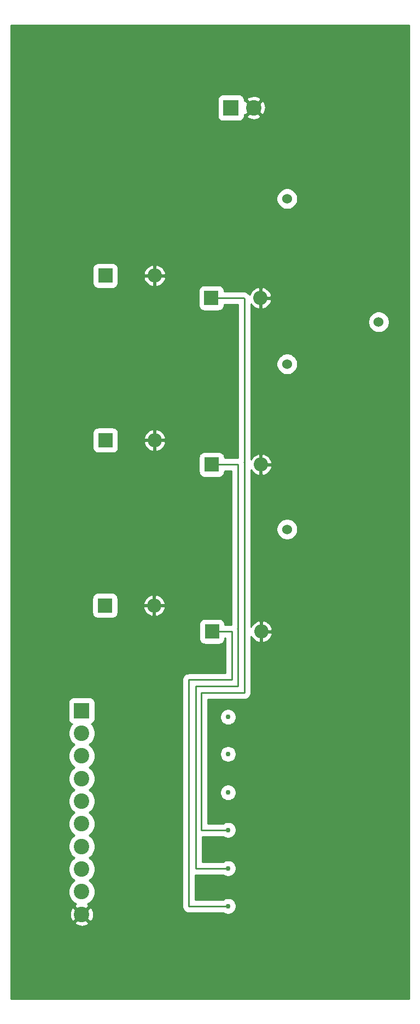
<source format=gbr>
G04 #@! TF.GenerationSoftware,KiCad,Pcbnew,(5.1.4)-1*
G04 #@! TF.CreationDate,2020-06-15T02:55:38-04:00*
G04 #@! TF.ProjectId,eth_sw_matrix_7,6574685f-7377-45f6-9d61-747269785f37,rev?*
G04 #@! TF.SameCoordinates,Original*
G04 #@! TF.FileFunction,Copper,L3,Inr*
G04 #@! TF.FilePolarity,Positive*
%FSLAX46Y46*%
G04 Gerber Fmt 4.6, Leading zero omitted, Abs format (unit mm)*
G04 Created by KiCad (PCBNEW (5.1.4)-1) date 2020-06-15 02:55:38*
%MOMM*%
%LPD*%
G04 APERTURE LIST*
%ADD10O,2.200000X2.200000*%
%ADD11R,2.200000X2.200000*%
%ADD12C,2.400000*%
%ADD13R,2.400000X2.400000*%
%ADD14C,0.762000*%
%ADD15C,5.080000*%
%ADD16C,1.524000*%
%ADD17C,0.254000*%
G04 APERTURE END LIST*
D10*
X143814800Y-108254800D03*
D11*
X136194800Y-108254800D03*
D10*
X143832580Y-133705600D03*
D11*
X136212580Y-133705600D03*
D12*
X159151200Y-82296000D03*
D13*
X155651200Y-82296000D03*
X132537200Y-175514000D03*
D12*
X132537200Y-179014000D03*
X132537200Y-182514000D03*
X132537200Y-186014000D03*
X132537200Y-189514000D03*
X132537200Y-193014000D03*
X132537200Y-196514000D03*
X132537200Y-200014000D03*
X132537200Y-203514000D03*
X132537200Y-207014000D03*
D10*
X143764000Y-159258000D03*
D11*
X136144000Y-159258000D03*
X152603200Y-111709200D03*
D10*
X160223200Y-111709200D03*
D11*
X152654000Y-137464800D03*
D10*
X160274000Y-137464800D03*
X160324800Y-163271200D03*
D11*
X152704800Y-163271200D03*
D14*
X176885600Y-125526800D03*
X176885600Y-129590800D03*
X176885600Y-121462800D03*
X149656800Y-153060400D03*
X146608800Y-149352000D03*
X149656800Y-149352000D03*
X146608800Y-153060400D03*
X146608800Y-123850400D03*
X149656800Y-127558800D03*
X146608800Y-127558800D03*
X149656800Y-123850400D03*
X149656800Y-98399600D03*
X149656800Y-102108000D03*
X146608800Y-102108000D03*
X171805600Y-109321600D03*
X166776400Y-109321600D03*
X171907200Y-121462800D03*
X171907200Y-125526800D03*
X171907200Y-129590800D03*
X166827200Y-138023600D03*
X166827200Y-142087600D03*
X166827200Y-146151600D03*
X166827200Y-150215600D03*
X171856400Y-150215600D03*
X171856400Y-146151600D03*
X171856400Y-142087600D03*
X171856400Y-138277600D03*
X176834800Y-138277600D03*
X166827200Y-121462800D03*
X166827200Y-125526800D03*
X147718780Y-140004800D03*
X131216400Y-149961600D03*
X127050800Y-144983200D03*
X127101600Y-149961600D03*
X131165600Y-144983200D03*
X127609600Y-93929200D03*
X131724400Y-93929200D03*
X131775200Y-98907600D03*
X127660400Y-98907600D03*
X176936400Y-117398800D03*
X176885600Y-133959600D03*
X171907200Y-113385600D03*
X166776400Y-113385600D03*
X176987200Y-113385600D03*
X166827200Y-133959600D03*
X171907200Y-133959600D03*
X166827200Y-117398800D03*
X171907200Y-117398800D03*
X127101600Y-124307600D03*
X131216400Y-124307600D03*
X127050800Y-119329200D03*
X131165600Y-119329200D03*
D15*
X127000000Y-74930000D03*
X177800000Y-214757000D03*
X127000000Y-214757000D03*
D14*
X147820380Y-114452400D03*
X147675600Y-88874600D03*
D15*
X177800000Y-74930000D03*
D14*
X146608800Y-98399600D03*
X155194000Y-176479200D03*
X155194000Y-182219600D03*
X155194000Y-188163200D03*
X155194000Y-193954400D03*
X155194000Y-199898000D03*
X155194000Y-205740000D03*
D16*
X164338000Y-147472400D03*
X164338000Y-121920000D03*
X164338000Y-96367600D03*
X178511200Y-115417600D03*
D17*
X157632400Y-111709200D02*
X152603200Y-111709200D01*
X157734000Y-137210800D02*
X157632400Y-137109200D01*
X157734000Y-172720000D02*
X157734000Y-111810800D01*
X151028400Y-172720000D02*
X157734000Y-172720000D01*
X155194000Y-193954400D02*
X151028400Y-193954400D01*
X151028400Y-193954400D02*
X151028400Y-172720000D01*
X156667200Y-137464800D02*
X152654000Y-137464800D01*
X156718000Y-162814000D02*
X156667200Y-162864800D01*
X156718000Y-171704000D02*
X156718000Y-137414000D01*
X150164800Y-171704000D02*
X156718000Y-171704000D01*
X155194000Y-199898000D02*
X150164800Y-199898000D01*
X150164800Y-199898000D02*
X150164800Y-171704000D01*
X155194000Y-205740000D02*
X149098000Y-205740000D01*
X149098000Y-205740000D02*
X149098000Y-170738800D01*
X149098000Y-170738800D02*
X155752800Y-170738800D01*
X155752800Y-170738800D02*
X155752800Y-163271200D01*
X155752800Y-163271200D02*
X152704800Y-163271200D01*
G36*
X183236001Y-220066000D02*
G01*
X121564000Y-220066000D01*
X121564000Y-208291980D01*
X131438826Y-208291980D01*
X131558714Y-208576836D01*
X131882410Y-208737699D01*
X132231269Y-208832322D01*
X132591884Y-208857067D01*
X132950398Y-208810985D01*
X133293033Y-208695846D01*
X133515686Y-208576836D01*
X133635574Y-208291980D01*
X132537200Y-207193605D01*
X131438826Y-208291980D01*
X121564000Y-208291980D01*
X121564000Y-207068684D01*
X130694133Y-207068684D01*
X130740215Y-207427198D01*
X130855354Y-207769833D01*
X130974364Y-207992486D01*
X131259220Y-208112374D01*
X132357595Y-207014000D01*
X132716805Y-207014000D01*
X133815180Y-208112374D01*
X134100036Y-207992486D01*
X134260899Y-207668790D01*
X134355522Y-207319931D01*
X134380267Y-206959316D01*
X134334185Y-206600802D01*
X134219046Y-206258167D01*
X134100036Y-206035514D01*
X133815180Y-205915626D01*
X132716805Y-207014000D01*
X132357595Y-207014000D01*
X131259220Y-205915626D01*
X130974364Y-206035514D01*
X130813501Y-206359210D01*
X130718878Y-206708069D01*
X130694133Y-207068684D01*
X121564000Y-207068684D01*
X121564000Y-174314000D01*
X130443899Y-174314000D01*
X130443899Y-176714000D01*
X130461064Y-176888274D01*
X130511897Y-177055851D01*
X130594447Y-177210291D01*
X130705541Y-177345659D01*
X130840909Y-177456753D01*
X130995349Y-177539303D01*
X131043115Y-177553793D01*
X130914568Y-177682340D01*
X130685952Y-178024487D01*
X130528479Y-178404661D01*
X130448200Y-178808251D01*
X130448200Y-179219749D01*
X130528479Y-179623339D01*
X130685952Y-180003513D01*
X130914568Y-180345660D01*
X131205540Y-180636632D01*
X131396159Y-180764000D01*
X131205540Y-180891368D01*
X130914568Y-181182340D01*
X130685952Y-181524487D01*
X130528479Y-181904661D01*
X130448200Y-182308251D01*
X130448200Y-182719749D01*
X130528479Y-183123339D01*
X130685952Y-183503513D01*
X130914568Y-183845660D01*
X131205540Y-184136632D01*
X131396159Y-184264000D01*
X131205540Y-184391368D01*
X130914568Y-184682340D01*
X130685952Y-185024487D01*
X130528479Y-185404661D01*
X130448200Y-185808251D01*
X130448200Y-186219749D01*
X130528479Y-186623339D01*
X130685952Y-187003513D01*
X130914568Y-187345660D01*
X131205540Y-187636632D01*
X131396159Y-187764000D01*
X131205540Y-187891368D01*
X130914568Y-188182340D01*
X130685952Y-188524487D01*
X130528479Y-188904661D01*
X130448200Y-189308251D01*
X130448200Y-189719749D01*
X130528479Y-190123339D01*
X130685952Y-190503513D01*
X130914568Y-190845660D01*
X131205540Y-191136632D01*
X131396159Y-191264000D01*
X131205540Y-191391368D01*
X130914568Y-191682340D01*
X130685952Y-192024487D01*
X130528479Y-192404661D01*
X130448200Y-192808251D01*
X130448200Y-193219749D01*
X130528479Y-193623339D01*
X130685952Y-194003513D01*
X130914568Y-194345660D01*
X131205540Y-194636632D01*
X131396159Y-194764000D01*
X131205540Y-194891368D01*
X130914568Y-195182340D01*
X130685952Y-195524487D01*
X130528479Y-195904661D01*
X130448200Y-196308251D01*
X130448200Y-196719749D01*
X130528479Y-197123339D01*
X130685952Y-197503513D01*
X130914568Y-197845660D01*
X131205540Y-198136632D01*
X131396159Y-198264000D01*
X131205540Y-198391368D01*
X130914568Y-198682340D01*
X130685952Y-199024487D01*
X130528479Y-199404661D01*
X130448200Y-199808251D01*
X130448200Y-200219749D01*
X130528479Y-200623339D01*
X130685952Y-201003513D01*
X130914568Y-201345660D01*
X131205540Y-201636632D01*
X131396159Y-201764000D01*
X131205540Y-201891368D01*
X130914568Y-202182340D01*
X130685952Y-202524487D01*
X130528479Y-202904661D01*
X130448200Y-203308251D01*
X130448200Y-203719749D01*
X130528479Y-204123339D01*
X130685952Y-204503513D01*
X130914568Y-204845660D01*
X131205540Y-205136632D01*
X131547687Y-205365248D01*
X131644459Y-205405332D01*
X131558714Y-205451164D01*
X131438826Y-205736020D01*
X132537200Y-206834395D01*
X133635574Y-205736020D01*
X133515686Y-205451164D01*
X133426407Y-205406796D01*
X133526713Y-205365248D01*
X133868860Y-205136632D01*
X134159832Y-204845660D01*
X134388448Y-204503513D01*
X134545921Y-204123339D01*
X134626200Y-203719749D01*
X134626200Y-203308251D01*
X134545921Y-202904661D01*
X134388448Y-202524487D01*
X134159832Y-202182340D01*
X133868860Y-201891368D01*
X133678241Y-201764000D01*
X133868860Y-201636632D01*
X134159832Y-201345660D01*
X134388448Y-201003513D01*
X134545921Y-200623339D01*
X134626200Y-200219749D01*
X134626200Y-199808251D01*
X134545921Y-199404661D01*
X134388448Y-199024487D01*
X134159832Y-198682340D01*
X133868860Y-198391368D01*
X133678241Y-198264000D01*
X133868860Y-198136632D01*
X134159832Y-197845660D01*
X134388448Y-197503513D01*
X134545921Y-197123339D01*
X134626200Y-196719749D01*
X134626200Y-196308251D01*
X134545921Y-195904661D01*
X134388448Y-195524487D01*
X134159832Y-195182340D01*
X133868860Y-194891368D01*
X133678241Y-194764000D01*
X133868860Y-194636632D01*
X134159832Y-194345660D01*
X134388448Y-194003513D01*
X134545921Y-193623339D01*
X134626200Y-193219749D01*
X134626200Y-192808251D01*
X134545921Y-192404661D01*
X134388448Y-192024487D01*
X134159832Y-191682340D01*
X133868860Y-191391368D01*
X133678241Y-191264000D01*
X133868860Y-191136632D01*
X134159832Y-190845660D01*
X134388448Y-190503513D01*
X134545921Y-190123339D01*
X134626200Y-189719749D01*
X134626200Y-189308251D01*
X134545921Y-188904661D01*
X134388448Y-188524487D01*
X134159832Y-188182340D01*
X133868860Y-187891368D01*
X133678241Y-187764000D01*
X133868860Y-187636632D01*
X134159832Y-187345660D01*
X134388448Y-187003513D01*
X134545921Y-186623339D01*
X134626200Y-186219749D01*
X134626200Y-185808251D01*
X134545921Y-185404661D01*
X134388448Y-185024487D01*
X134159832Y-184682340D01*
X133868860Y-184391368D01*
X133678241Y-184264000D01*
X133868860Y-184136632D01*
X134159832Y-183845660D01*
X134388448Y-183503513D01*
X134545921Y-183123339D01*
X134626200Y-182719749D01*
X134626200Y-182308251D01*
X134545921Y-181904661D01*
X134388448Y-181524487D01*
X134159832Y-181182340D01*
X133868860Y-180891368D01*
X133678241Y-180764000D01*
X133868860Y-180636632D01*
X134159832Y-180345660D01*
X134388448Y-180003513D01*
X134545921Y-179623339D01*
X134626200Y-179219749D01*
X134626200Y-178808251D01*
X134545921Y-178404661D01*
X134388448Y-178024487D01*
X134159832Y-177682340D01*
X134031285Y-177553793D01*
X134079051Y-177539303D01*
X134233491Y-177456753D01*
X134368859Y-177345659D01*
X134479953Y-177210291D01*
X134562503Y-177055851D01*
X134613336Y-176888274D01*
X134630501Y-176714000D01*
X134630501Y-174314000D01*
X134613336Y-174139726D01*
X134562503Y-173972149D01*
X134479953Y-173817709D01*
X134368859Y-173682341D01*
X134233491Y-173571247D01*
X134079051Y-173488697D01*
X133911474Y-173437864D01*
X133737200Y-173420699D01*
X131337200Y-173420699D01*
X131162926Y-173437864D01*
X130995349Y-173488697D01*
X130840909Y-173571247D01*
X130705541Y-173682341D01*
X130594447Y-173817709D01*
X130511897Y-173972149D01*
X130461064Y-174139726D01*
X130443899Y-174314000D01*
X121564000Y-174314000D01*
X121564000Y-170738800D01*
X148077085Y-170738800D01*
X148082001Y-170788712D01*
X148082000Y-205690098D01*
X148077085Y-205740000D01*
X148096702Y-205939171D01*
X148154798Y-206130687D01*
X148222937Y-206258167D01*
X148249140Y-206307190D01*
X148376104Y-206461896D01*
X148530810Y-206588860D01*
X148707313Y-206683202D01*
X148898829Y-206741298D01*
X149098000Y-206760915D01*
X149147902Y-206756000D01*
X154428612Y-206756000D01*
X154592429Y-206865459D01*
X154823555Y-206961195D01*
X155068916Y-207010000D01*
X155319084Y-207010000D01*
X155564445Y-206961195D01*
X155795571Y-206865459D01*
X156003578Y-206726473D01*
X156180473Y-206549578D01*
X156319459Y-206341571D01*
X156415195Y-206110445D01*
X156464000Y-205865084D01*
X156464000Y-205614916D01*
X156415195Y-205369555D01*
X156319459Y-205138429D01*
X156180473Y-204930422D01*
X156003578Y-204753527D01*
X155795571Y-204614541D01*
X155564445Y-204518805D01*
X155319084Y-204470000D01*
X155068916Y-204470000D01*
X154823555Y-204518805D01*
X154592429Y-204614541D01*
X154428612Y-204724000D01*
X150114000Y-204724000D01*
X150114000Y-200913912D01*
X150164800Y-200918915D01*
X150214702Y-200914000D01*
X154428612Y-200914000D01*
X154592429Y-201023459D01*
X154823555Y-201119195D01*
X155068916Y-201168000D01*
X155319084Y-201168000D01*
X155564445Y-201119195D01*
X155795571Y-201023459D01*
X156003578Y-200884473D01*
X156180473Y-200707578D01*
X156319459Y-200499571D01*
X156415195Y-200268445D01*
X156464000Y-200023084D01*
X156464000Y-199772916D01*
X156415195Y-199527555D01*
X156319459Y-199296429D01*
X156180473Y-199088422D01*
X156003578Y-198911527D01*
X155795571Y-198772541D01*
X155564445Y-198676805D01*
X155319084Y-198628000D01*
X155068916Y-198628000D01*
X154823555Y-198676805D01*
X154592429Y-198772541D01*
X154428612Y-198882000D01*
X151180800Y-198882000D01*
X151180800Y-194970400D01*
X154428612Y-194970400D01*
X154592429Y-195079859D01*
X154823555Y-195175595D01*
X155068916Y-195224400D01*
X155319084Y-195224400D01*
X155564445Y-195175595D01*
X155795571Y-195079859D01*
X156003578Y-194940873D01*
X156180473Y-194763978D01*
X156319459Y-194555971D01*
X156415195Y-194324845D01*
X156464000Y-194079484D01*
X156464000Y-193829316D01*
X156415195Y-193583955D01*
X156319459Y-193352829D01*
X156180473Y-193144822D01*
X156003578Y-192967927D01*
X155795571Y-192828941D01*
X155564445Y-192733205D01*
X155319084Y-192684400D01*
X155068916Y-192684400D01*
X154823555Y-192733205D01*
X154592429Y-192828941D01*
X154428612Y-192938400D01*
X152044400Y-192938400D01*
X152044400Y-188038116D01*
X153924000Y-188038116D01*
X153924000Y-188288284D01*
X153972805Y-188533645D01*
X154068541Y-188764771D01*
X154207527Y-188972778D01*
X154384422Y-189149673D01*
X154592429Y-189288659D01*
X154823555Y-189384395D01*
X155068916Y-189433200D01*
X155319084Y-189433200D01*
X155564445Y-189384395D01*
X155795571Y-189288659D01*
X156003578Y-189149673D01*
X156180473Y-188972778D01*
X156319459Y-188764771D01*
X156415195Y-188533645D01*
X156464000Y-188288284D01*
X156464000Y-188038116D01*
X156415195Y-187792755D01*
X156319459Y-187561629D01*
X156180473Y-187353622D01*
X156003578Y-187176727D01*
X155795571Y-187037741D01*
X155564445Y-186942005D01*
X155319084Y-186893200D01*
X155068916Y-186893200D01*
X154823555Y-186942005D01*
X154592429Y-187037741D01*
X154384422Y-187176727D01*
X154207527Y-187353622D01*
X154068541Y-187561629D01*
X153972805Y-187792755D01*
X153924000Y-188038116D01*
X152044400Y-188038116D01*
X152044400Y-182094516D01*
X153924000Y-182094516D01*
X153924000Y-182344684D01*
X153972805Y-182590045D01*
X154068541Y-182821171D01*
X154207527Y-183029178D01*
X154384422Y-183206073D01*
X154592429Y-183345059D01*
X154823555Y-183440795D01*
X155068916Y-183489600D01*
X155319084Y-183489600D01*
X155564445Y-183440795D01*
X155795571Y-183345059D01*
X156003578Y-183206073D01*
X156180473Y-183029178D01*
X156319459Y-182821171D01*
X156415195Y-182590045D01*
X156464000Y-182344684D01*
X156464000Y-182094516D01*
X156415195Y-181849155D01*
X156319459Y-181618029D01*
X156180473Y-181410022D01*
X156003578Y-181233127D01*
X155795571Y-181094141D01*
X155564445Y-180998405D01*
X155319084Y-180949600D01*
X155068916Y-180949600D01*
X154823555Y-180998405D01*
X154592429Y-181094141D01*
X154384422Y-181233127D01*
X154207527Y-181410022D01*
X154068541Y-181618029D01*
X153972805Y-181849155D01*
X153924000Y-182094516D01*
X152044400Y-182094516D01*
X152044400Y-176354116D01*
X153924000Y-176354116D01*
X153924000Y-176604284D01*
X153972805Y-176849645D01*
X154068541Y-177080771D01*
X154207527Y-177288778D01*
X154384422Y-177465673D01*
X154592429Y-177604659D01*
X154823555Y-177700395D01*
X155068916Y-177749200D01*
X155319084Y-177749200D01*
X155564445Y-177700395D01*
X155795571Y-177604659D01*
X156003578Y-177465673D01*
X156180473Y-177288778D01*
X156319459Y-177080771D01*
X156415195Y-176849645D01*
X156464000Y-176604284D01*
X156464000Y-176354116D01*
X156415195Y-176108755D01*
X156319459Y-175877629D01*
X156180473Y-175669622D01*
X156003578Y-175492727D01*
X155795571Y-175353741D01*
X155564445Y-175258005D01*
X155319084Y-175209200D01*
X155068916Y-175209200D01*
X154823555Y-175258005D01*
X154592429Y-175353741D01*
X154384422Y-175492727D01*
X154207527Y-175669622D01*
X154068541Y-175877629D01*
X153972805Y-176108755D01*
X153924000Y-176354116D01*
X152044400Y-176354116D01*
X152044400Y-173736000D01*
X157684098Y-173736000D01*
X157734000Y-173740915D01*
X157783902Y-173736000D01*
X157933171Y-173721298D01*
X158124687Y-173663202D01*
X158301190Y-173568860D01*
X158455896Y-173441896D01*
X158582860Y-173287190D01*
X158677202Y-173110687D01*
X158735298Y-172919171D01*
X158754915Y-172720000D01*
X158750000Y-172670098D01*
X158750000Y-163981551D01*
X158850269Y-164185529D01*
X159056978Y-164455627D01*
X159312409Y-164680208D01*
X159606746Y-164850642D01*
X159928677Y-164960379D01*
X160197800Y-164842800D01*
X160197800Y-163398200D01*
X160451800Y-163398200D01*
X160451800Y-164842800D01*
X160720923Y-164960379D01*
X161042854Y-164850642D01*
X161337191Y-164680208D01*
X161592622Y-164455627D01*
X161799331Y-164185529D01*
X161949375Y-163880294D01*
X162013975Y-163667322D01*
X161895925Y-163398200D01*
X160451800Y-163398200D01*
X160197800Y-163398200D01*
X160177800Y-163398200D01*
X160177800Y-163144200D01*
X160197800Y-163144200D01*
X160197800Y-161699600D01*
X160451800Y-161699600D01*
X160451800Y-163144200D01*
X161895925Y-163144200D01*
X162013975Y-162875078D01*
X161949375Y-162662106D01*
X161799331Y-162356871D01*
X161592622Y-162086773D01*
X161337191Y-161862192D01*
X161042854Y-161691758D01*
X160720923Y-161582021D01*
X160451800Y-161699600D01*
X160197800Y-161699600D01*
X159928677Y-161582021D01*
X159606746Y-161691758D01*
X159312409Y-161862192D01*
X159056978Y-162086773D01*
X158850269Y-162356871D01*
X158750000Y-162560849D01*
X158750000Y-147309791D01*
X162687000Y-147309791D01*
X162687000Y-147635009D01*
X162750447Y-147953979D01*
X162874903Y-148254442D01*
X163055585Y-148524851D01*
X163285549Y-148754815D01*
X163555958Y-148935497D01*
X163856421Y-149059953D01*
X164175391Y-149123400D01*
X164500609Y-149123400D01*
X164819579Y-149059953D01*
X165120042Y-148935497D01*
X165390451Y-148754815D01*
X165620415Y-148524851D01*
X165801097Y-148254442D01*
X165925553Y-147953979D01*
X165989000Y-147635009D01*
X165989000Y-147309791D01*
X165925553Y-146990821D01*
X165801097Y-146690358D01*
X165620415Y-146419949D01*
X165390451Y-146189985D01*
X165120042Y-146009303D01*
X164819579Y-145884847D01*
X164500609Y-145821400D01*
X164175391Y-145821400D01*
X163856421Y-145884847D01*
X163555958Y-146009303D01*
X163285549Y-146189985D01*
X163055585Y-146419949D01*
X162874903Y-146690358D01*
X162750447Y-146990821D01*
X162687000Y-147309791D01*
X158750000Y-147309791D01*
X158750000Y-138278494D01*
X158799469Y-138379129D01*
X159006178Y-138649227D01*
X159261609Y-138873808D01*
X159555946Y-139044242D01*
X159877877Y-139153979D01*
X160147000Y-139036400D01*
X160147000Y-137591800D01*
X160401000Y-137591800D01*
X160401000Y-139036400D01*
X160670123Y-139153979D01*
X160992054Y-139044242D01*
X161286391Y-138873808D01*
X161541822Y-138649227D01*
X161748531Y-138379129D01*
X161898575Y-138073894D01*
X161963175Y-137860922D01*
X161845125Y-137591800D01*
X160401000Y-137591800D01*
X160147000Y-137591800D01*
X160127000Y-137591800D01*
X160127000Y-137337800D01*
X160147000Y-137337800D01*
X160147000Y-135893200D01*
X160401000Y-135893200D01*
X160401000Y-137337800D01*
X161845125Y-137337800D01*
X161963175Y-137068678D01*
X161898575Y-136855706D01*
X161748531Y-136550471D01*
X161541822Y-136280373D01*
X161286391Y-136055792D01*
X160992054Y-135885358D01*
X160670123Y-135775621D01*
X160401000Y-135893200D01*
X160147000Y-135893200D01*
X159877877Y-135775621D01*
X159555946Y-135885358D01*
X159261609Y-136055792D01*
X159006178Y-136280373D01*
X158799469Y-136550471D01*
X158750000Y-136651106D01*
X158750000Y-121757391D01*
X162687000Y-121757391D01*
X162687000Y-122082609D01*
X162750447Y-122401579D01*
X162874903Y-122702042D01*
X163055585Y-122972451D01*
X163285549Y-123202415D01*
X163555958Y-123383097D01*
X163856421Y-123507553D01*
X164175391Y-123571000D01*
X164500609Y-123571000D01*
X164819579Y-123507553D01*
X165120042Y-123383097D01*
X165390451Y-123202415D01*
X165620415Y-122972451D01*
X165801097Y-122702042D01*
X165925553Y-122401579D01*
X165989000Y-122082609D01*
X165989000Y-121757391D01*
X165925553Y-121438421D01*
X165801097Y-121137958D01*
X165620415Y-120867549D01*
X165390451Y-120637585D01*
X165120042Y-120456903D01*
X164819579Y-120332447D01*
X164500609Y-120269000D01*
X164175391Y-120269000D01*
X163856421Y-120332447D01*
X163555958Y-120456903D01*
X163285549Y-120637585D01*
X163055585Y-120867549D01*
X162874903Y-121137958D01*
X162750447Y-121438421D01*
X162687000Y-121757391D01*
X158750000Y-121757391D01*
X158750000Y-115254991D01*
X176860200Y-115254991D01*
X176860200Y-115580209D01*
X176923647Y-115899179D01*
X177048103Y-116199642D01*
X177228785Y-116470051D01*
X177458749Y-116700015D01*
X177729158Y-116880697D01*
X178029621Y-117005153D01*
X178348591Y-117068600D01*
X178673809Y-117068600D01*
X178992779Y-117005153D01*
X179293242Y-116880697D01*
X179563651Y-116700015D01*
X179793615Y-116470051D01*
X179974297Y-116199642D01*
X180098753Y-115899179D01*
X180162200Y-115580209D01*
X180162200Y-115254991D01*
X180098753Y-114936021D01*
X179974297Y-114635558D01*
X179793615Y-114365149D01*
X179563651Y-114135185D01*
X179293242Y-113954503D01*
X178992779Y-113830047D01*
X178673809Y-113766600D01*
X178348591Y-113766600D01*
X178029621Y-113830047D01*
X177729158Y-113954503D01*
X177458749Y-114135185D01*
X177228785Y-114365149D01*
X177048103Y-114635558D01*
X176923647Y-114936021D01*
X176860200Y-115254991D01*
X158750000Y-115254991D01*
X158750000Y-112625268D01*
X158955378Y-112893627D01*
X159210809Y-113118208D01*
X159505146Y-113288642D01*
X159827077Y-113398379D01*
X160096200Y-113280800D01*
X160096200Y-111836200D01*
X160350200Y-111836200D01*
X160350200Y-113280800D01*
X160619323Y-113398379D01*
X160941254Y-113288642D01*
X161235591Y-113118208D01*
X161491022Y-112893627D01*
X161697731Y-112623529D01*
X161847775Y-112318294D01*
X161912375Y-112105322D01*
X161794325Y-111836200D01*
X160350200Y-111836200D01*
X160096200Y-111836200D01*
X160076200Y-111836200D01*
X160076200Y-111582200D01*
X160096200Y-111582200D01*
X160096200Y-110137600D01*
X160350200Y-110137600D01*
X160350200Y-111582200D01*
X161794325Y-111582200D01*
X161912375Y-111313078D01*
X161847775Y-111100106D01*
X161697731Y-110794871D01*
X161491022Y-110524773D01*
X161235591Y-110300192D01*
X160941254Y-110129758D01*
X160619323Y-110020021D01*
X160350200Y-110137600D01*
X160096200Y-110137600D01*
X159827077Y-110020021D01*
X159505146Y-110129758D01*
X159210809Y-110300192D01*
X158955378Y-110524773D01*
X158748669Y-110794871D01*
X158598625Y-111100106D01*
X158562589Y-111218909D01*
X158455896Y-111088904D01*
X158400093Y-111043107D01*
X158354296Y-110987304D01*
X158199590Y-110860340D01*
X158023087Y-110765998D01*
X157831571Y-110707902D01*
X157682302Y-110693200D01*
X154596501Y-110693200D01*
X154596501Y-110609200D01*
X154579336Y-110434926D01*
X154528503Y-110267349D01*
X154445953Y-110112909D01*
X154334859Y-109977541D01*
X154199491Y-109866447D01*
X154045051Y-109783897D01*
X153877474Y-109733064D01*
X153703200Y-109715899D01*
X151503200Y-109715899D01*
X151328926Y-109733064D01*
X151161349Y-109783897D01*
X151006909Y-109866447D01*
X150871541Y-109977541D01*
X150760447Y-110112909D01*
X150677897Y-110267349D01*
X150627064Y-110434926D01*
X150609899Y-110609200D01*
X150609899Y-112809200D01*
X150627064Y-112983474D01*
X150677897Y-113151051D01*
X150760447Y-113305491D01*
X150871541Y-113440859D01*
X151006909Y-113551953D01*
X151161349Y-113634503D01*
X151328926Y-113685336D01*
X151503200Y-113702501D01*
X153703200Y-113702501D01*
X153877474Y-113685336D01*
X154045051Y-113634503D01*
X154199491Y-113551953D01*
X154334859Y-113440859D01*
X154445953Y-113305491D01*
X154528503Y-113151051D01*
X154579336Y-112983474D01*
X154596501Y-112809200D01*
X154596501Y-112725200D01*
X156718001Y-112725200D01*
X156718001Y-136393085D01*
X156718000Y-136393085D01*
X156518830Y-136412702D01*
X156399831Y-136448800D01*
X154647301Y-136448800D01*
X154647301Y-136364800D01*
X154630136Y-136190526D01*
X154579303Y-136022949D01*
X154496753Y-135868509D01*
X154385659Y-135733141D01*
X154250291Y-135622047D01*
X154095851Y-135539497D01*
X153928274Y-135488664D01*
X153754000Y-135471499D01*
X151554000Y-135471499D01*
X151379726Y-135488664D01*
X151212149Y-135539497D01*
X151057709Y-135622047D01*
X150922341Y-135733141D01*
X150811247Y-135868509D01*
X150728697Y-136022949D01*
X150677864Y-136190526D01*
X150660699Y-136364800D01*
X150660699Y-138564800D01*
X150677864Y-138739074D01*
X150728697Y-138906651D01*
X150811247Y-139061091D01*
X150922341Y-139196459D01*
X151057709Y-139307553D01*
X151212149Y-139390103D01*
X151379726Y-139440936D01*
X151554000Y-139458101D01*
X153754000Y-139458101D01*
X153928274Y-139440936D01*
X154095851Y-139390103D01*
X154250291Y-139307553D01*
X154385659Y-139196459D01*
X154496753Y-139061091D01*
X154579303Y-138906651D01*
X154630136Y-138739074D01*
X154647301Y-138564800D01*
X154647301Y-138480800D01*
X155702001Y-138480800D01*
X155702000Y-162255200D01*
X154698101Y-162255200D01*
X154698101Y-162171200D01*
X154680936Y-161996926D01*
X154630103Y-161829349D01*
X154547553Y-161674909D01*
X154436459Y-161539541D01*
X154301091Y-161428447D01*
X154146651Y-161345897D01*
X153979074Y-161295064D01*
X153804800Y-161277899D01*
X151604800Y-161277899D01*
X151430526Y-161295064D01*
X151262949Y-161345897D01*
X151108509Y-161428447D01*
X150973141Y-161539541D01*
X150862047Y-161674909D01*
X150779497Y-161829349D01*
X150728664Y-161996926D01*
X150711499Y-162171200D01*
X150711499Y-164371200D01*
X150728664Y-164545474D01*
X150779497Y-164713051D01*
X150862047Y-164867491D01*
X150973141Y-165002859D01*
X151108509Y-165113953D01*
X151262949Y-165196503D01*
X151430526Y-165247336D01*
X151604800Y-165264501D01*
X153804800Y-165264501D01*
X153979074Y-165247336D01*
X154146651Y-165196503D01*
X154301091Y-165113953D01*
X154436459Y-165002859D01*
X154547553Y-164867491D01*
X154630103Y-164713051D01*
X154680936Y-164545474D01*
X154698101Y-164371200D01*
X154698101Y-164287200D01*
X154736801Y-164287200D01*
X154736800Y-169722800D01*
X149147902Y-169722800D01*
X149098000Y-169717885D01*
X149048098Y-169722800D01*
X148898829Y-169737502D01*
X148707313Y-169795598D01*
X148530810Y-169889940D01*
X148376104Y-170016904D01*
X148249140Y-170171610D01*
X148154798Y-170348113D01*
X148096702Y-170539629D01*
X148077085Y-170738800D01*
X121564000Y-170738800D01*
X121564000Y-158158000D01*
X134150699Y-158158000D01*
X134150699Y-160358000D01*
X134167864Y-160532274D01*
X134218697Y-160699851D01*
X134301247Y-160854291D01*
X134412341Y-160989659D01*
X134547709Y-161100753D01*
X134702149Y-161183303D01*
X134869726Y-161234136D01*
X135044000Y-161251301D01*
X137244000Y-161251301D01*
X137418274Y-161234136D01*
X137585851Y-161183303D01*
X137740291Y-161100753D01*
X137875659Y-160989659D01*
X137986753Y-160854291D01*
X138069303Y-160699851D01*
X138120136Y-160532274D01*
X138137301Y-160358000D01*
X138137301Y-159654122D01*
X142074825Y-159654122D01*
X142139425Y-159867094D01*
X142289469Y-160172329D01*
X142496178Y-160442427D01*
X142751609Y-160667008D01*
X143045946Y-160837442D01*
X143367877Y-160947179D01*
X143637000Y-160829600D01*
X143637000Y-159385000D01*
X143891000Y-159385000D01*
X143891000Y-160829600D01*
X144160123Y-160947179D01*
X144482054Y-160837442D01*
X144776391Y-160667008D01*
X145031822Y-160442427D01*
X145238531Y-160172329D01*
X145388575Y-159867094D01*
X145453175Y-159654122D01*
X145335125Y-159385000D01*
X143891000Y-159385000D01*
X143637000Y-159385000D01*
X142192875Y-159385000D01*
X142074825Y-159654122D01*
X138137301Y-159654122D01*
X138137301Y-158861878D01*
X142074825Y-158861878D01*
X142192875Y-159131000D01*
X143637000Y-159131000D01*
X143637000Y-157686400D01*
X143891000Y-157686400D01*
X143891000Y-159131000D01*
X145335125Y-159131000D01*
X145453175Y-158861878D01*
X145388575Y-158648906D01*
X145238531Y-158343671D01*
X145031822Y-158073573D01*
X144776391Y-157848992D01*
X144482054Y-157678558D01*
X144160123Y-157568821D01*
X143891000Y-157686400D01*
X143637000Y-157686400D01*
X143367877Y-157568821D01*
X143045946Y-157678558D01*
X142751609Y-157848992D01*
X142496178Y-158073573D01*
X142289469Y-158343671D01*
X142139425Y-158648906D01*
X142074825Y-158861878D01*
X138137301Y-158861878D01*
X138137301Y-158158000D01*
X138120136Y-157983726D01*
X138069303Y-157816149D01*
X137986753Y-157661709D01*
X137875659Y-157526341D01*
X137740291Y-157415247D01*
X137585851Y-157332697D01*
X137418274Y-157281864D01*
X137244000Y-157264699D01*
X135044000Y-157264699D01*
X134869726Y-157281864D01*
X134702149Y-157332697D01*
X134547709Y-157415247D01*
X134412341Y-157526341D01*
X134301247Y-157661709D01*
X134218697Y-157816149D01*
X134167864Y-157983726D01*
X134150699Y-158158000D01*
X121564000Y-158158000D01*
X121564000Y-132605600D01*
X134219279Y-132605600D01*
X134219279Y-134805600D01*
X134236444Y-134979874D01*
X134287277Y-135147451D01*
X134369827Y-135301891D01*
X134480921Y-135437259D01*
X134616289Y-135548353D01*
X134770729Y-135630903D01*
X134938306Y-135681736D01*
X135112580Y-135698901D01*
X137312580Y-135698901D01*
X137486854Y-135681736D01*
X137654431Y-135630903D01*
X137808871Y-135548353D01*
X137944239Y-135437259D01*
X138055333Y-135301891D01*
X138137883Y-135147451D01*
X138188716Y-134979874D01*
X138205881Y-134805600D01*
X138205881Y-134101722D01*
X142143405Y-134101722D01*
X142208005Y-134314694D01*
X142358049Y-134619929D01*
X142564758Y-134890027D01*
X142820189Y-135114608D01*
X143114526Y-135285042D01*
X143436457Y-135394779D01*
X143705580Y-135277200D01*
X143705580Y-133832600D01*
X143959580Y-133832600D01*
X143959580Y-135277200D01*
X144228703Y-135394779D01*
X144550634Y-135285042D01*
X144844971Y-135114608D01*
X145100402Y-134890027D01*
X145307111Y-134619929D01*
X145457155Y-134314694D01*
X145521755Y-134101722D01*
X145403705Y-133832600D01*
X143959580Y-133832600D01*
X143705580Y-133832600D01*
X142261455Y-133832600D01*
X142143405Y-134101722D01*
X138205881Y-134101722D01*
X138205881Y-133309478D01*
X142143405Y-133309478D01*
X142261455Y-133578600D01*
X143705580Y-133578600D01*
X143705580Y-132134000D01*
X143959580Y-132134000D01*
X143959580Y-133578600D01*
X145403705Y-133578600D01*
X145521755Y-133309478D01*
X145457155Y-133096506D01*
X145307111Y-132791271D01*
X145100402Y-132521173D01*
X144844971Y-132296592D01*
X144550634Y-132126158D01*
X144228703Y-132016421D01*
X143959580Y-132134000D01*
X143705580Y-132134000D01*
X143436457Y-132016421D01*
X143114526Y-132126158D01*
X142820189Y-132296592D01*
X142564758Y-132521173D01*
X142358049Y-132791271D01*
X142208005Y-133096506D01*
X142143405Y-133309478D01*
X138205881Y-133309478D01*
X138205881Y-132605600D01*
X138188716Y-132431326D01*
X138137883Y-132263749D01*
X138055333Y-132109309D01*
X137944239Y-131973941D01*
X137808871Y-131862847D01*
X137654431Y-131780297D01*
X137486854Y-131729464D01*
X137312580Y-131712299D01*
X135112580Y-131712299D01*
X134938306Y-131729464D01*
X134770729Y-131780297D01*
X134616289Y-131862847D01*
X134480921Y-131973941D01*
X134369827Y-132109309D01*
X134287277Y-132263749D01*
X134236444Y-132431326D01*
X134219279Y-132605600D01*
X121564000Y-132605600D01*
X121564000Y-107154800D01*
X134201499Y-107154800D01*
X134201499Y-109354800D01*
X134218664Y-109529074D01*
X134269497Y-109696651D01*
X134352047Y-109851091D01*
X134463141Y-109986459D01*
X134598509Y-110097553D01*
X134752949Y-110180103D01*
X134920526Y-110230936D01*
X135094800Y-110248101D01*
X137294800Y-110248101D01*
X137469074Y-110230936D01*
X137636651Y-110180103D01*
X137791091Y-110097553D01*
X137926459Y-109986459D01*
X138037553Y-109851091D01*
X138120103Y-109696651D01*
X138170936Y-109529074D01*
X138188101Y-109354800D01*
X138188101Y-108650922D01*
X142125625Y-108650922D01*
X142190225Y-108863894D01*
X142340269Y-109169129D01*
X142546978Y-109439227D01*
X142802409Y-109663808D01*
X143096746Y-109834242D01*
X143418677Y-109943979D01*
X143687800Y-109826400D01*
X143687800Y-108381800D01*
X143941800Y-108381800D01*
X143941800Y-109826400D01*
X144210923Y-109943979D01*
X144532854Y-109834242D01*
X144827191Y-109663808D01*
X145082622Y-109439227D01*
X145289331Y-109169129D01*
X145439375Y-108863894D01*
X145503975Y-108650922D01*
X145385925Y-108381800D01*
X143941800Y-108381800D01*
X143687800Y-108381800D01*
X142243675Y-108381800D01*
X142125625Y-108650922D01*
X138188101Y-108650922D01*
X138188101Y-107858678D01*
X142125625Y-107858678D01*
X142243675Y-108127800D01*
X143687800Y-108127800D01*
X143687800Y-106683200D01*
X143941800Y-106683200D01*
X143941800Y-108127800D01*
X145385925Y-108127800D01*
X145503975Y-107858678D01*
X145439375Y-107645706D01*
X145289331Y-107340471D01*
X145082622Y-107070373D01*
X144827191Y-106845792D01*
X144532854Y-106675358D01*
X144210923Y-106565621D01*
X143941800Y-106683200D01*
X143687800Y-106683200D01*
X143418677Y-106565621D01*
X143096746Y-106675358D01*
X142802409Y-106845792D01*
X142546978Y-107070373D01*
X142340269Y-107340471D01*
X142190225Y-107645706D01*
X142125625Y-107858678D01*
X138188101Y-107858678D01*
X138188101Y-107154800D01*
X138170936Y-106980526D01*
X138120103Y-106812949D01*
X138037553Y-106658509D01*
X137926459Y-106523141D01*
X137791091Y-106412047D01*
X137636651Y-106329497D01*
X137469074Y-106278664D01*
X137294800Y-106261499D01*
X135094800Y-106261499D01*
X134920526Y-106278664D01*
X134752949Y-106329497D01*
X134598509Y-106412047D01*
X134463141Y-106523141D01*
X134352047Y-106658509D01*
X134269497Y-106812949D01*
X134218664Y-106980526D01*
X134201499Y-107154800D01*
X121564000Y-107154800D01*
X121564000Y-96204991D01*
X162687000Y-96204991D01*
X162687000Y-96530209D01*
X162750447Y-96849179D01*
X162874903Y-97149642D01*
X163055585Y-97420051D01*
X163285549Y-97650015D01*
X163555958Y-97830697D01*
X163856421Y-97955153D01*
X164175391Y-98018600D01*
X164500609Y-98018600D01*
X164819579Y-97955153D01*
X165120042Y-97830697D01*
X165390451Y-97650015D01*
X165620415Y-97420051D01*
X165801097Y-97149642D01*
X165925553Y-96849179D01*
X165989000Y-96530209D01*
X165989000Y-96204991D01*
X165925553Y-95886021D01*
X165801097Y-95585558D01*
X165620415Y-95315149D01*
X165390451Y-95085185D01*
X165120042Y-94904503D01*
X164819579Y-94780047D01*
X164500609Y-94716600D01*
X164175391Y-94716600D01*
X163856421Y-94780047D01*
X163555958Y-94904503D01*
X163285549Y-95085185D01*
X163055585Y-95315149D01*
X162874903Y-95585558D01*
X162750447Y-95886021D01*
X162687000Y-96204991D01*
X121564000Y-96204991D01*
X121564000Y-81096000D01*
X153557899Y-81096000D01*
X153557899Y-83496000D01*
X153575064Y-83670274D01*
X153625897Y-83837851D01*
X153708447Y-83992291D01*
X153819541Y-84127659D01*
X153954909Y-84238753D01*
X154109349Y-84321303D01*
X154276926Y-84372136D01*
X154451200Y-84389301D01*
X156851200Y-84389301D01*
X157025474Y-84372136D01*
X157193051Y-84321303D01*
X157347491Y-84238753D01*
X157482859Y-84127659D01*
X157593953Y-83992291D01*
X157676503Y-83837851D01*
X157727336Y-83670274D01*
X157736820Y-83573980D01*
X158052826Y-83573980D01*
X158172714Y-83858836D01*
X158496410Y-84019699D01*
X158845269Y-84114322D01*
X159205884Y-84139067D01*
X159564398Y-84092985D01*
X159907033Y-83977846D01*
X160129686Y-83858836D01*
X160249574Y-83573980D01*
X159151200Y-82475605D01*
X158052826Y-83573980D01*
X157736820Y-83573980D01*
X157744501Y-83496000D01*
X157744501Y-83340200D01*
X157873220Y-83394374D01*
X158971595Y-82296000D01*
X159330805Y-82296000D01*
X160429180Y-83394374D01*
X160714036Y-83274486D01*
X160874899Y-82950790D01*
X160969522Y-82601931D01*
X160994267Y-82241316D01*
X160948185Y-81882802D01*
X160833046Y-81540167D01*
X160714036Y-81317514D01*
X160429180Y-81197626D01*
X159330805Y-82296000D01*
X158971595Y-82296000D01*
X157873220Y-81197626D01*
X157744501Y-81251800D01*
X157744501Y-81096000D01*
X157736821Y-81018020D01*
X158052826Y-81018020D01*
X159151200Y-82116395D01*
X160249574Y-81018020D01*
X160129686Y-80733164D01*
X159805990Y-80572301D01*
X159457131Y-80477678D01*
X159096516Y-80452933D01*
X158738002Y-80499015D01*
X158395367Y-80614154D01*
X158172714Y-80733164D01*
X158052826Y-81018020D01*
X157736821Y-81018020D01*
X157727336Y-80921726D01*
X157676503Y-80754149D01*
X157593953Y-80599709D01*
X157482859Y-80464341D01*
X157347491Y-80353247D01*
X157193051Y-80270697D01*
X157025474Y-80219864D01*
X156851200Y-80202699D01*
X154451200Y-80202699D01*
X154276926Y-80219864D01*
X154109349Y-80270697D01*
X153954909Y-80353247D01*
X153819541Y-80464341D01*
X153708447Y-80599709D01*
X153625897Y-80754149D01*
X153575064Y-80921726D01*
X153557899Y-81096000D01*
X121564000Y-81096000D01*
X121564000Y-69494000D01*
X183236000Y-69494000D01*
X183236001Y-220066000D01*
X183236001Y-220066000D01*
G37*
X183236001Y-220066000D02*
X121564000Y-220066000D01*
X121564000Y-208291980D01*
X131438826Y-208291980D01*
X131558714Y-208576836D01*
X131882410Y-208737699D01*
X132231269Y-208832322D01*
X132591884Y-208857067D01*
X132950398Y-208810985D01*
X133293033Y-208695846D01*
X133515686Y-208576836D01*
X133635574Y-208291980D01*
X132537200Y-207193605D01*
X131438826Y-208291980D01*
X121564000Y-208291980D01*
X121564000Y-207068684D01*
X130694133Y-207068684D01*
X130740215Y-207427198D01*
X130855354Y-207769833D01*
X130974364Y-207992486D01*
X131259220Y-208112374D01*
X132357595Y-207014000D01*
X132716805Y-207014000D01*
X133815180Y-208112374D01*
X134100036Y-207992486D01*
X134260899Y-207668790D01*
X134355522Y-207319931D01*
X134380267Y-206959316D01*
X134334185Y-206600802D01*
X134219046Y-206258167D01*
X134100036Y-206035514D01*
X133815180Y-205915626D01*
X132716805Y-207014000D01*
X132357595Y-207014000D01*
X131259220Y-205915626D01*
X130974364Y-206035514D01*
X130813501Y-206359210D01*
X130718878Y-206708069D01*
X130694133Y-207068684D01*
X121564000Y-207068684D01*
X121564000Y-174314000D01*
X130443899Y-174314000D01*
X130443899Y-176714000D01*
X130461064Y-176888274D01*
X130511897Y-177055851D01*
X130594447Y-177210291D01*
X130705541Y-177345659D01*
X130840909Y-177456753D01*
X130995349Y-177539303D01*
X131043115Y-177553793D01*
X130914568Y-177682340D01*
X130685952Y-178024487D01*
X130528479Y-178404661D01*
X130448200Y-178808251D01*
X130448200Y-179219749D01*
X130528479Y-179623339D01*
X130685952Y-180003513D01*
X130914568Y-180345660D01*
X131205540Y-180636632D01*
X131396159Y-180764000D01*
X131205540Y-180891368D01*
X130914568Y-181182340D01*
X130685952Y-181524487D01*
X130528479Y-181904661D01*
X130448200Y-182308251D01*
X130448200Y-182719749D01*
X130528479Y-183123339D01*
X130685952Y-183503513D01*
X130914568Y-183845660D01*
X131205540Y-184136632D01*
X131396159Y-184264000D01*
X131205540Y-184391368D01*
X130914568Y-184682340D01*
X130685952Y-185024487D01*
X130528479Y-185404661D01*
X130448200Y-185808251D01*
X130448200Y-186219749D01*
X130528479Y-186623339D01*
X130685952Y-187003513D01*
X130914568Y-187345660D01*
X131205540Y-187636632D01*
X131396159Y-187764000D01*
X131205540Y-187891368D01*
X130914568Y-188182340D01*
X130685952Y-188524487D01*
X130528479Y-188904661D01*
X130448200Y-189308251D01*
X130448200Y-189719749D01*
X130528479Y-190123339D01*
X130685952Y-190503513D01*
X130914568Y-190845660D01*
X131205540Y-191136632D01*
X131396159Y-191264000D01*
X131205540Y-191391368D01*
X130914568Y-191682340D01*
X130685952Y-192024487D01*
X130528479Y-192404661D01*
X130448200Y-192808251D01*
X130448200Y-193219749D01*
X130528479Y-193623339D01*
X130685952Y-194003513D01*
X130914568Y-194345660D01*
X131205540Y-194636632D01*
X131396159Y-194764000D01*
X131205540Y-194891368D01*
X130914568Y-195182340D01*
X130685952Y-195524487D01*
X130528479Y-195904661D01*
X130448200Y-196308251D01*
X130448200Y-196719749D01*
X130528479Y-197123339D01*
X130685952Y-197503513D01*
X130914568Y-197845660D01*
X131205540Y-198136632D01*
X131396159Y-198264000D01*
X131205540Y-198391368D01*
X130914568Y-198682340D01*
X130685952Y-199024487D01*
X130528479Y-199404661D01*
X130448200Y-199808251D01*
X130448200Y-200219749D01*
X130528479Y-200623339D01*
X130685952Y-201003513D01*
X130914568Y-201345660D01*
X131205540Y-201636632D01*
X131396159Y-201764000D01*
X131205540Y-201891368D01*
X130914568Y-202182340D01*
X130685952Y-202524487D01*
X130528479Y-202904661D01*
X130448200Y-203308251D01*
X130448200Y-203719749D01*
X130528479Y-204123339D01*
X130685952Y-204503513D01*
X130914568Y-204845660D01*
X131205540Y-205136632D01*
X131547687Y-205365248D01*
X131644459Y-205405332D01*
X131558714Y-205451164D01*
X131438826Y-205736020D01*
X132537200Y-206834395D01*
X133635574Y-205736020D01*
X133515686Y-205451164D01*
X133426407Y-205406796D01*
X133526713Y-205365248D01*
X133868860Y-205136632D01*
X134159832Y-204845660D01*
X134388448Y-204503513D01*
X134545921Y-204123339D01*
X134626200Y-203719749D01*
X134626200Y-203308251D01*
X134545921Y-202904661D01*
X134388448Y-202524487D01*
X134159832Y-202182340D01*
X133868860Y-201891368D01*
X133678241Y-201764000D01*
X133868860Y-201636632D01*
X134159832Y-201345660D01*
X134388448Y-201003513D01*
X134545921Y-200623339D01*
X134626200Y-200219749D01*
X134626200Y-199808251D01*
X134545921Y-199404661D01*
X134388448Y-199024487D01*
X134159832Y-198682340D01*
X133868860Y-198391368D01*
X133678241Y-198264000D01*
X133868860Y-198136632D01*
X134159832Y-197845660D01*
X134388448Y-197503513D01*
X134545921Y-197123339D01*
X134626200Y-196719749D01*
X134626200Y-196308251D01*
X134545921Y-195904661D01*
X134388448Y-195524487D01*
X134159832Y-195182340D01*
X133868860Y-194891368D01*
X133678241Y-194764000D01*
X133868860Y-194636632D01*
X134159832Y-194345660D01*
X134388448Y-194003513D01*
X134545921Y-193623339D01*
X134626200Y-193219749D01*
X134626200Y-192808251D01*
X134545921Y-192404661D01*
X134388448Y-192024487D01*
X134159832Y-191682340D01*
X133868860Y-191391368D01*
X133678241Y-191264000D01*
X133868860Y-191136632D01*
X134159832Y-190845660D01*
X134388448Y-190503513D01*
X134545921Y-190123339D01*
X134626200Y-189719749D01*
X134626200Y-189308251D01*
X134545921Y-188904661D01*
X134388448Y-188524487D01*
X134159832Y-188182340D01*
X133868860Y-187891368D01*
X133678241Y-187764000D01*
X133868860Y-187636632D01*
X134159832Y-187345660D01*
X134388448Y-187003513D01*
X134545921Y-186623339D01*
X134626200Y-186219749D01*
X134626200Y-185808251D01*
X134545921Y-185404661D01*
X134388448Y-185024487D01*
X134159832Y-184682340D01*
X133868860Y-184391368D01*
X133678241Y-184264000D01*
X133868860Y-184136632D01*
X134159832Y-183845660D01*
X134388448Y-183503513D01*
X134545921Y-183123339D01*
X134626200Y-182719749D01*
X134626200Y-182308251D01*
X134545921Y-181904661D01*
X134388448Y-181524487D01*
X134159832Y-181182340D01*
X133868860Y-180891368D01*
X133678241Y-180764000D01*
X133868860Y-180636632D01*
X134159832Y-180345660D01*
X134388448Y-180003513D01*
X134545921Y-179623339D01*
X134626200Y-179219749D01*
X134626200Y-178808251D01*
X134545921Y-178404661D01*
X134388448Y-178024487D01*
X134159832Y-177682340D01*
X134031285Y-177553793D01*
X134079051Y-177539303D01*
X134233491Y-177456753D01*
X134368859Y-177345659D01*
X134479953Y-177210291D01*
X134562503Y-177055851D01*
X134613336Y-176888274D01*
X134630501Y-176714000D01*
X134630501Y-174314000D01*
X134613336Y-174139726D01*
X134562503Y-173972149D01*
X134479953Y-173817709D01*
X134368859Y-173682341D01*
X134233491Y-173571247D01*
X134079051Y-173488697D01*
X133911474Y-173437864D01*
X133737200Y-173420699D01*
X131337200Y-173420699D01*
X131162926Y-173437864D01*
X130995349Y-173488697D01*
X130840909Y-173571247D01*
X130705541Y-173682341D01*
X130594447Y-173817709D01*
X130511897Y-173972149D01*
X130461064Y-174139726D01*
X130443899Y-174314000D01*
X121564000Y-174314000D01*
X121564000Y-170738800D01*
X148077085Y-170738800D01*
X148082001Y-170788712D01*
X148082000Y-205690098D01*
X148077085Y-205740000D01*
X148096702Y-205939171D01*
X148154798Y-206130687D01*
X148222937Y-206258167D01*
X148249140Y-206307190D01*
X148376104Y-206461896D01*
X148530810Y-206588860D01*
X148707313Y-206683202D01*
X148898829Y-206741298D01*
X149098000Y-206760915D01*
X149147902Y-206756000D01*
X154428612Y-206756000D01*
X154592429Y-206865459D01*
X154823555Y-206961195D01*
X155068916Y-207010000D01*
X155319084Y-207010000D01*
X155564445Y-206961195D01*
X155795571Y-206865459D01*
X156003578Y-206726473D01*
X156180473Y-206549578D01*
X156319459Y-206341571D01*
X156415195Y-206110445D01*
X156464000Y-205865084D01*
X156464000Y-205614916D01*
X156415195Y-205369555D01*
X156319459Y-205138429D01*
X156180473Y-204930422D01*
X156003578Y-204753527D01*
X155795571Y-204614541D01*
X155564445Y-204518805D01*
X155319084Y-204470000D01*
X155068916Y-204470000D01*
X154823555Y-204518805D01*
X154592429Y-204614541D01*
X154428612Y-204724000D01*
X150114000Y-204724000D01*
X150114000Y-200913912D01*
X150164800Y-200918915D01*
X150214702Y-200914000D01*
X154428612Y-200914000D01*
X154592429Y-201023459D01*
X154823555Y-201119195D01*
X155068916Y-201168000D01*
X155319084Y-201168000D01*
X155564445Y-201119195D01*
X155795571Y-201023459D01*
X156003578Y-200884473D01*
X156180473Y-200707578D01*
X156319459Y-200499571D01*
X156415195Y-200268445D01*
X156464000Y-200023084D01*
X156464000Y-199772916D01*
X156415195Y-199527555D01*
X156319459Y-199296429D01*
X156180473Y-199088422D01*
X156003578Y-198911527D01*
X155795571Y-198772541D01*
X155564445Y-198676805D01*
X155319084Y-198628000D01*
X155068916Y-198628000D01*
X154823555Y-198676805D01*
X154592429Y-198772541D01*
X154428612Y-198882000D01*
X151180800Y-198882000D01*
X151180800Y-194970400D01*
X154428612Y-194970400D01*
X154592429Y-195079859D01*
X154823555Y-195175595D01*
X155068916Y-195224400D01*
X155319084Y-195224400D01*
X155564445Y-195175595D01*
X155795571Y-195079859D01*
X156003578Y-194940873D01*
X156180473Y-194763978D01*
X156319459Y-194555971D01*
X156415195Y-194324845D01*
X156464000Y-194079484D01*
X156464000Y-193829316D01*
X156415195Y-193583955D01*
X156319459Y-193352829D01*
X156180473Y-193144822D01*
X156003578Y-192967927D01*
X155795571Y-192828941D01*
X155564445Y-192733205D01*
X155319084Y-192684400D01*
X155068916Y-192684400D01*
X154823555Y-192733205D01*
X154592429Y-192828941D01*
X154428612Y-192938400D01*
X152044400Y-192938400D01*
X152044400Y-188038116D01*
X153924000Y-188038116D01*
X153924000Y-188288284D01*
X153972805Y-188533645D01*
X154068541Y-188764771D01*
X154207527Y-188972778D01*
X154384422Y-189149673D01*
X154592429Y-189288659D01*
X154823555Y-189384395D01*
X155068916Y-189433200D01*
X155319084Y-189433200D01*
X155564445Y-189384395D01*
X155795571Y-189288659D01*
X156003578Y-189149673D01*
X156180473Y-188972778D01*
X156319459Y-188764771D01*
X156415195Y-188533645D01*
X156464000Y-188288284D01*
X156464000Y-188038116D01*
X156415195Y-187792755D01*
X156319459Y-187561629D01*
X156180473Y-187353622D01*
X156003578Y-187176727D01*
X155795571Y-187037741D01*
X155564445Y-186942005D01*
X155319084Y-186893200D01*
X155068916Y-186893200D01*
X154823555Y-186942005D01*
X154592429Y-187037741D01*
X154384422Y-187176727D01*
X154207527Y-187353622D01*
X154068541Y-187561629D01*
X153972805Y-187792755D01*
X153924000Y-188038116D01*
X152044400Y-188038116D01*
X152044400Y-182094516D01*
X153924000Y-182094516D01*
X153924000Y-182344684D01*
X153972805Y-182590045D01*
X154068541Y-182821171D01*
X154207527Y-183029178D01*
X154384422Y-183206073D01*
X154592429Y-183345059D01*
X154823555Y-183440795D01*
X155068916Y-183489600D01*
X155319084Y-183489600D01*
X155564445Y-183440795D01*
X155795571Y-183345059D01*
X156003578Y-183206073D01*
X156180473Y-183029178D01*
X156319459Y-182821171D01*
X156415195Y-182590045D01*
X156464000Y-182344684D01*
X156464000Y-182094516D01*
X156415195Y-181849155D01*
X156319459Y-181618029D01*
X156180473Y-181410022D01*
X156003578Y-181233127D01*
X155795571Y-181094141D01*
X155564445Y-180998405D01*
X155319084Y-180949600D01*
X155068916Y-180949600D01*
X154823555Y-180998405D01*
X154592429Y-181094141D01*
X154384422Y-181233127D01*
X154207527Y-181410022D01*
X154068541Y-181618029D01*
X153972805Y-181849155D01*
X153924000Y-182094516D01*
X152044400Y-182094516D01*
X152044400Y-176354116D01*
X153924000Y-176354116D01*
X153924000Y-176604284D01*
X153972805Y-176849645D01*
X154068541Y-177080771D01*
X154207527Y-177288778D01*
X154384422Y-177465673D01*
X154592429Y-177604659D01*
X154823555Y-177700395D01*
X155068916Y-177749200D01*
X155319084Y-177749200D01*
X155564445Y-177700395D01*
X155795571Y-177604659D01*
X156003578Y-177465673D01*
X156180473Y-177288778D01*
X156319459Y-177080771D01*
X156415195Y-176849645D01*
X156464000Y-176604284D01*
X156464000Y-176354116D01*
X156415195Y-176108755D01*
X156319459Y-175877629D01*
X156180473Y-175669622D01*
X156003578Y-175492727D01*
X155795571Y-175353741D01*
X155564445Y-175258005D01*
X155319084Y-175209200D01*
X155068916Y-175209200D01*
X154823555Y-175258005D01*
X154592429Y-175353741D01*
X154384422Y-175492727D01*
X154207527Y-175669622D01*
X154068541Y-175877629D01*
X153972805Y-176108755D01*
X153924000Y-176354116D01*
X152044400Y-176354116D01*
X152044400Y-173736000D01*
X157684098Y-173736000D01*
X157734000Y-173740915D01*
X157783902Y-173736000D01*
X157933171Y-173721298D01*
X158124687Y-173663202D01*
X158301190Y-173568860D01*
X158455896Y-173441896D01*
X158582860Y-173287190D01*
X158677202Y-173110687D01*
X158735298Y-172919171D01*
X158754915Y-172720000D01*
X158750000Y-172670098D01*
X158750000Y-163981551D01*
X158850269Y-164185529D01*
X159056978Y-164455627D01*
X159312409Y-164680208D01*
X159606746Y-164850642D01*
X159928677Y-164960379D01*
X160197800Y-164842800D01*
X160197800Y-163398200D01*
X160451800Y-163398200D01*
X160451800Y-164842800D01*
X160720923Y-164960379D01*
X161042854Y-164850642D01*
X161337191Y-164680208D01*
X161592622Y-164455627D01*
X161799331Y-164185529D01*
X161949375Y-163880294D01*
X162013975Y-163667322D01*
X161895925Y-163398200D01*
X160451800Y-163398200D01*
X160197800Y-163398200D01*
X160177800Y-163398200D01*
X160177800Y-163144200D01*
X160197800Y-163144200D01*
X160197800Y-161699600D01*
X160451800Y-161699600D01*
X160451800Y-163144200D01*
X161895925Y-163144200D01*
X162013975Y-162875078D01*
X161949375Y-162662106D01*
X161799331Y-162356871D01*
X161592622Y-162086773D01*
X161337191Y-161862192D01*
X161042854Y-161691758D01*
X160720923Y-161582021D01*
X160451800Y-161699600D01*
X160197800Y-161699600D01*
X159928677Y-161582021D01*
X159606746Y-161691758D01*
X159312409Y-161862192D01*
X159056978Y-162086773D01*
X158850269Y-162356871D01*
X158750000Y-162560849D01*
X158750000Y-147309791D01*
X162687000Y-147309791D01*
X162687000Y-147635009D01*
X162750447Y-147953979D01*
X162874903Y-148254442D01*
X163055585Y-148524851D01*
X163285549Y-148754815D01*
X163555958Y-148935497D01*
X163856421Y-149059953D01*
X164175391Y-149123400D01*
X164500609Y-149123400D01*
X164819579Y-149059953D01*
X165120042Y-148935497D01*
X165390451Y-148754815D01*
X165620415Y-148524851D01*
X165801097Y-148254442D01*
X165925553Y-147953979D01*
X165989000Y-147635009D01*
X165989000Y-147309791D01*
X165925553Y-146990821D01*
X165801097Y-146690358D01*
X165620415Y-146419949D01*
X165390451Y-146189985D01*
X165120042Y-146009303D01*
X164819579Y-145884847D01*
X164500609Y-145821400D01*
X164175391Y-145821400D01*
X163856421Y-145884847D01*
X163555958Y-146009303D01*
X163285549Y-146189985D01*
X163055585Y-146419949D01*
X162874903Y-146690358D01*
X162750447Y-146990821D01*
X162687000Y-147309791D01*
X158750000Y-147309791D01*
X158750000Y-138278494D01*
X158799469Y-138379129D01*
X159006178Y-138649227D01*
X159261609Y-138873808D01*
X159555946Y-139044242D01*
X159877877Y-139153979D01*
X160147000Y-139036400D01*
X160147000Y-137591800D01*
X160401000Y-137591800D01*
X160401000Y-139036400D01*
X160670123Y-139153979D01*
X160992054Y-139044242D01*
X161286391Y-138873808D01*
X161541822Y-138649227D01*
X161748531Y-138379129D01*
X161898575Y-138073894D01*
X161963175Y-137860922D01*
X161845125Y-137591800D01*
X160401000Y-137591800D01*
X160147000Y-137591800D01*
X160127000Y-137591800D01*
X160127000Y-137337800D01*
X160147000Y-137337800D01*
X160147000Y-135893200D01*
X160401000Y-135893200D01*
X160401000Y-137337800D01*
X161845125Y-137337800D01*
X161963175Y-137068678D01*
X161898575Y-136855706D01*
X161748531Y-136550471D01*
X161541822Y-136280373D01*
X161286391Y-136055792D01*
X160992054Y-135885358D01*
X160670123Y-135775621D01*
X160401000Y-135893200D01*
X160147000Y-135893200D01*
X159877877Y-135775621D01*
X159555946Y-135885358D01*
X159261609Y-136055792D01*
X159006178Y-136280373D01*
X158799469Y-136550471D01*
X158750000Y-136651106D01*
X158750000Y-121757391D01*
X162687000Y-121757391D01*
X162687000Y-122082609D01*
X162750447Y-122401579D01*
X162874903Y-122702042D01*
X163055585Y-122972451D01*
X163285549Y-123202415D01*
X163555958Y-123383097D01*
X163856421Y-123507553D01*
X164175391Y-123571000D01*
X164500609Y-123571000D01*
X164819579Y-123507553D01*
X165120042Y-123383097D01*
X165390451Y-123202415D01*
X165620415Y-122972451D01*
X165801097Y-122702042D01*
X165925553Y-122401579D01*
X165989000Y-122082609D01*
X165989000Y-121757391D01*
X165925553Y-121438421D01*
X165801097Y-121137958D01*
X165620415Y-120867549D01*
X165390451Y-120637585D01*
X165120042Y-120456903D01*
X164819579Y-120332447D01*
X164500609Y-120269000D01*
X164175391Y-120269000D01*
X163856421Y-120332447D01*
X163555958Y-120456903D01*
X163285549Y-120637585D01*
X163055585Y-120867549D01*
X162874903Y-121137958D01*
X162750447Y-121438421D01*
X162687000Y-121757391D01*
X158750000Y-121757391D01*
X158750000Y-115254991D01*
X176860200Y-115254991D01*
X176860200Y-115580209D01*
X176923647Y-115899179D01*
X177048103Y-116199642D01*
X177228785Y-116470051D01*
X177458749Y-116700015D01*
X177729158Y-116880697D01*
X178029621Y-117005153D01*
X178348591Y-117068600D01*
X178673809Y-117068600D01*
X178992779Y-117005153D01*
X179293242Y-116880697D01*
X179563651Y-116700015D01*
X179793615Y-116470051D01*
X179974297Y-116199642D01*
X180098753Y-115899179D01*
X180162200Y-115580209D01*
X180162200Y-115254991D01*
X180098753Y-114936021D01*
X179974297Y-114635558D01*
X179793615Y-114365149D01*
X179563651Y-114135185D01*
X179293242Y-113954503D01*
X178992779Y-113830047D01*
X178673809Y-113766600D01*
X178348591Y-113766600D01*
X178029621Y-113830047D01*
X177729158Y-113954503D01*
X177458749Y-114135185D01*
X177228785Y-114365149D01*
X177048103Y-114635558D01*
X176923647Y-114936021D01*
X176860200Y-115254991D01*
X158750000Y-115254991D01*
X158750000Y-112625268D01*
X158955378Y-112893627D01*
X159210809Y-113118208D01*
X159505146Y-113288642D01*
X159827077Y-113398379D01*
X160096200Y-113280800D01*
X160096200Y-111836200D01*
X160350200Y-111836200D01*
X160350200Y-113280800D01*
X160619323Y-113398379D01*
X160941254Y-113288642D01*
X161235591Y-113118208D01*
X161491022Y-112893627D01*
X161697731Y-112623529D01*
X161847775Y-112318294D01*
X161912375Y-112105322D01*
X161794325Y-111836200D01*
X160350200Y-111836200D01*
X160096200Y-111836200D01*
X160076200Y-111836200D01*
X160076200Y-111582200D01*
X160096200Y-111582200D01*
X160096200Y-110137600D01*
X160350200Y-110137600D01*
X160350200Y-111582200D01*
X161794325Y-111582200D01*
X161912375Y-111313078D01*
X161847775Y-111100106D01*
X161697731Y-110794871D01*
X161491022Y-110524773D01*
X161235591Y-110300192D01*
X160941254Y-110129758D01*
X160619323Y-110020021D01*
X160350200Y-110137600D01*
X160096200Y-110137600D01*
X159827077Y-110020021D01*
X159505146Y-110129758D01*
X159210809Y-110300192D01*
X158955378Y-110524773D01*
X158748669Y-110794871D01*
X158598625Y-111100106D01*
X158562589Y-111218909D01*
X158455896Y-111088904D01*
X158400093Y-111043107D01*
X158354296Y-110987304D01*
X158199590Y-110860340D01*
X158023087Y-110765998D01*
X157831571Y-110707902D01*
X157682302Y-110693200D01*
X154596501Y-110693200D01*
X154596501Y-110609200D01*
X154579336Y-110434926D01*
X154528503Y-110267349D01*
X154445953Y-110112909D01*
X154334859Y-109977541D01*
X154199491Y-109866447D01*
X154045051Y-109783897D01*
X153877474Y-109733064D01*
X153703200Y-109715899D01*
X151503200Y-109715899D01*
X151328926Y-109733064D01*
X151161349Y-109783897D01*
X151006909Y-109866447D01*
X150871541Y-109977541D01*
X150760447Y-110112909D01*
X150677897Y-110267349D01*
X150627064Y-110434926D01*
X150609899Y-110609200D01*
X150609899Y-112809200D01*
X150627064Y-112983474D01*
X150677897Y-113151051D01*
X150760447Y-113305491D01*
X150871541Y-113440859D01*
X151006909Y-113551953D01*
X151161349Y-113634503D01*
X151328926Y-113685336D01*
X151503200Y-113702501D01*
X153703200Y-113702501D01*
X153877474Y-113685336D01*
X154045051Y-113634503D01*
X154199491Y-113551953D01*
X154334859Y-113440859D01*
X154445953Y-113305491D01*
X154528503Y-113151051D01*
X154579336Y-112983474D01*
X154596501Y-112809200D01*
X154596501Y-112725200D01*
X156718001Y-112725200D01*
X156718001Y-136393085D01*
X156718000Y-136393085D01*
X156518830Y-136412702D01*
X156399831Y-136448800D01*
X154647301Y-136448800D01*
X154647301Y-136364800D01*
X154630136Y-136190526D01*
X154579303Y-136022949D01*
X154496753Y-135868509D01*
X154385659Y-135733141D01*
X154250291Y-135622047D01*
X154095851Y-135539497D01*
X153928274Y-135488664D01*
X153754000Y-135471499D01*
X151554000Y-135471499D01*
X151379726Y-135488664D01*
X151212149Y-135539497D01*
X151057709Y-135622047D01*
X150922341Y-135733141D01*
X150811247Y-135868509D01*
X150728697Y-136022949D01*
X150677864Y-136190526D01*
X150660699Y-136364800D01*
X150660699Y-138564800D01*
X150677864Y-138739074D01*
X150728697Y-138906651D01*
X150811247Y-139061091D01*
X150922341Y-139196459D01*
X151057709Y-139307553D01*
X151212149Y-139390103D01*
X151379726Y-139440936D01*
X151554000Y-139458101D01*
X153754000Y-139458101D01*
X153928274Y-139440936D01*
X154095851Y-139390103D01*
X154250291Y-139307553D01*
X154385659Y-139196459D01*
X154496753Y-139061091D01*
X154579303Y-138906651D01*
X154630136Y-138739074D01*
X154647301Y-138564800D01*
X154647301Y-138480800D01*
X155702001Y-138480800D01*
X155702000Y-162255200D01*
X154698101Y-162255200D01*
X154698101Y-162171200D01*
X154680936Y-161996926D01*
X154630103Y-161829349D01*
X154547553Y-161674909D01*
X154436459Y-161539541D01*
X154301091Y-161428447D01*
X154146651Y-161345897D01*
X153979074Y-161295064D01*
X153804800Y-161277899D01*
X151604800Y-161277899D01*
X151430526Y-161295064D01*
X151262949Y-161345897D01*
X151108509Y-161428447D01*
X150973141Y-161539541D01*
X150862047Y-161674909D01*
X150779497Y-161829349D01*
X150728664Y-161996926D01*
X150711499Y-162171200D01*
X150711499Y-164371200D01*
X150728664Y-164545474D01*
X150779497Y-164713051D01*
X150862047Y-164867491D01*
X150973141Y-165002859D01*
X151108509Y-165113953D01*
X151262949Y-165196503D01*
X151430526Y-165247336D01*
X151604800Y-165264501D01*
X153804800Y-165264501D01*
X153979074Y-165247336D01*
X154146651Y-165196503D01*
X154301091Y-165113953D01*
X154436459Y-165002859D01*
X154547553Y-164867491D01*
X154630103Y-164713051D01*
X154680936Y-164545474D01*
X154698101Y-164371200D01*
X154698101Y-164287200D01*
X154736801Y-164287200D01*
X154736800Y-169722800D01*
X149147902Y-169722800D01*
X149098000Y-169717885D01*
X149048098Y-169722800D01*
X148898829Y-169737502D01*
X148707313Y-169795598D01*
X148530810Y-169889940D01*
X148376104Y-170016904D01*
X148249140Y-170171610D01*
X148154798Y-170348113D01*
X148096702Y-170539629D01*
X148077085Y-170738800D01*
X121564000Y-170738800D01*
X121564000Y-158158000D01*
X134150699Y-158158000D01*
X134150699Y-160358000D01*
X134167864Y-160532274D01*
X134218697Y-160699851D01*
X134301247Y-160854291D01*
X134412341Y-160989659D01*
X134547709Y-161100753D01*
X134702149Y-161183303D01*
X134869726Y-161234136D01*
X135044000Y-161251301D01*
X137244000Y-161251301D01*
X137418274Y-161234136D01*
X137585851Y-161183303D01*
X137740291Y-161100753D01*
X137875659Y-160989659D01*
X137986753Y-160854291D01*
X138069303Y-160699851D01*
X138120136Y-160532274D01*
X138137301Y-160358000D01*
X138137301Y-159654122D01*
X142074825Y-159654122D01*
X142139425Y-159867094D01*
X142289469Y-160172329D01*
X142496178Y-160442427D01*
X142751609Y-160667008D01*
X143045946Y-160837442D01*
X143367877Y-160947179D01*
X143637000Y-160829600D01*
X143637000Y-159385000D01*
X143891000Y-159385000D01*
X143891000Y-160829600D01*
X144160123Y-160947179D01*
X144482054Y-160837442D01*
X144776391Y-160667008D01*
X145031822Y-160442427D01*
X145238531Y-160172329D01*
X145388575Y-159867094D01*
X145453175Y-159654122D01*
X145335125Y-159385000D01*
X143891000Y-159385000D01*
X143637000Y-159385000D01*
X142192875Y-159385000D01*
X142074825Y-159654122D01*
X138137301Y-159654122D01*
X138137301Y-158861878D01*
X142074825Y-158861878D01*
X142192875Y-159131000D01*
X143637000Y-159131000D01*
X143637000Y-157686400D01*
X143891000Y-157686400D01*
X143891000Y-159131000D01*
X145335125Y-159131000D01*
X145453175Y-158861878D01*
X145388575Y-158648906D01*
X145238531Y-158343671D01*
X145031822Y-158073573D01*
X144776391Y-157848992D01*
X144482054Y-157678558D01*
X144160123Y-157568821D01*
X143891000Y-157686400D01*
X143637000Y-157686400D01*
X143367877Y-157568821D01*
X143045946Y-157678558D01*
X142751609Y-157848992D01*
X142496178Y-158073573D01*
X142289469Y-158343671D01*
X142139425Y-158648906D01*
X142074825Y-158861878D01*
X138137301Y-158861878D01*
X138137301Y-158158000D01*
X138120136Y-157983726D01*
X138069303Y-157816149D01*
X137986753Y-157661709D01*
X137875659Y-157526341D01*
X137740291Y-157415247D01*
X137585851Y-157332697D01*
X137418274Y-157281864D01*
X137244000Y-157264699D01*
X135044000Y-157264699D01*
X134869726Y-157281864D01*
X134702149Y-157332697D01*
X134547709Y-157415247D01*
X134412341Y-157526341D01*
X134301247Y-157661709D01*
X134218697Y-157816149D01*
X134167864Y-157983726D01*
X134150699Y-158158000D01*
X121564000Y-158158000D01*
X121564000Y-132605600D01*
X134219279Y-132605600D01*
X134219279Y-134805600D01*
X134236444Y-134979874D01*
X134287277Y-135147451D01*
X134369827Y-135301891D01*
X134480921Y-135437259D01*
X134616289Y-135548353D01*
X134770729Y-135630903D01*
X134938306Y-135681736D01*
X135112580Y-135698901D01*
X137312580Y-135698901D01*
X137486854Y-135681736D01*
X137654431Y-135630903D01*
X137808871Y-135548353D01*
X137944239Y-135437259D01*
X138055333Y-135301891D01*
X138137883Y-135147451D01*
X138188716Y-134979874D01*
X138205881Y-134805600D01*
X138205881Y-134101722D01*
X142143405Y-134101722D01*
X142208005Y-134314694D01*
X142358049Y-134619929D01*
X142564758Y-134890027D01*
X142820189Y-135114608D01*
X143114526Y-135285042D01*
X143436457Y-135394779D01*
X143705580Y-135277200D01*
X143705580Y-133832600D01*
X143959580Y-133832600D01*
X143959580Y-135277200D01*
X144228703Y-135394779D01*
X144550634Y-135285042D01*
X144844971Y-135114608D01*
X145100402Y-134890027D01*
X145307111Y-134619929D01*
X145457155Y-134314694D01*
X145521755Y-134101722D01*
X145403705Y-133832600D01*
X143959580Y-133832600D01*
X143705580Y-133832600D01*
X142261455Y-133832600D01*
X142143405Y-134101722D01*
X138205881Y-134101722D01*
X138205881Y-133309478D01*
X142143405Y-133309478D01*
X142261455Y-133578600D01*
X143705580Y-133578600D01*
X143705580Y-132134000D01*
X143959580Y-132134000D01*
X143959580Y-133578600D01*
X145403705Y-133578600D01*
X145521755Y-133309478D01*
X145457155Y-133096506D01*
X145307111Y-132791271D01*
X145100402Y-132521173D01*
X144844971Y-132296592D01*
X144550634Y-132126158D01*
X144228703Y-132016421D01*
X143959580Y-132134000D01*
X143705580Y-132134000D01*
X143436457Y-132016421D01*
X143114526Y-132126158D01*
X142820189Y-132296592D01*
X142564758Y-132521173D01*
X142358049Y-132791271D01*
X142208005Y-133096506D01*
X142143405Y-133309478D01*
X138205881Y-133309478D01*
X138205881Y-132605600D01*
X138188716Y-132431326D01*
X138137883Y-132263749D01*
X138055333Y-132109309D01*
X137944239Y-131973941D01*
X137808871Y-131862847D01*
X137654431Y-131780297D01*
X137486854Y-131729464D01*
X137312580Y-131712299D01*
X135112580Y-131712299D01*
X134938306Y-131729464D01*
X134770729Y-131780297D01*
X134616289Y-131862847D01*
X134480921Y-131973941D01*
X134369827Y-132109309D01*
X134287277Y-132263749D01*
X134236444Y-132431326D01*
X134219279Y-132605600D01*
X121564000Y-132605600D01*
X121564000Y-107154800D01*
X134201499Y-107154800D01*
X134201499Y-109354800D01*
X134218664Y-109529074D01*
X134269497Y-109696651D01*
X134352047Y-109851091D01*
X134463141Y-109986459D01*
X134598509Y-110097553D01*
X134752949Y-110180103D01*
X134920526Y-110230936D01*
X135094800Y-110248101D01*
X137294800Y-110248101D01*
X137469074Y-110230936D01*
X137636651Y-110180103D01*
X137791091Y-110097553D01*
X137926459Y-109986459D01*
X138037553Y-109851091D01*
X138120103Y-109696651D01*
X138170936Y-109529074D01*
X138188101Y-109354800D01*
X138188101Y-108650922D01*
X142125625Y-108650922D01*
X142190225Y-108863894D01*
X142340269Y-109169129D01*
X142546978Y-109439227D01*
X142802409Y-109663808D01*
X143096746Y-109834242D01*
X143418677Y-109943979D01*
X143687800Y-109826400D01*
X143687800Y-108381800D01*
X143941800Y-108381800D01*
X143941800Y-109826400D01*
X144210923Y-109943979D01*
X144532854Y-109834242D01*
X144827191Y-109663808D01*
X145082622Y-109439227D01*
X145289331Y-109169129D01*
X145439375Y-108863894D01*
X145503975Y-108650922D01*
X145385925Y-108381800D01*
X143941800Y-108381800D01*
X143687800Y-108381800D01*
X142243675Y-108381800D01*
X142125625Y-108650922D01*
X138188101Y-108650922D01*
X138188101Y-107858678D01*
X142125625Y-107858678D01*
X142243675Y-108127800D01*
X143687800Y-108127800D01*
X143687800Y-106683200D01*
X143941800Y-106683200D01*
X143941800Y-108127800D01*
X145385925Y-108127800D01*
X145503975Y-107858678D01*
X145439375Y-107645706D01*
X145289331Y-107340471D01*
X145082622Y-107070373D01*
X144827191Y-106845792D01*
X144532854Y-106675358D01*
X144210923Y-106565621D01*
X143941800Y-106683200D01*
X143687800Y-106683200D01*
X143418677Y-106565621D01*
X143096746Y-106675358D01*
X142802409Y-106845792D01*
X142546978Y-107070373D01*
X142340269Y-107340471D01*
X142190225Y-107645706D01*
X142125625Y-107858678D01*
X138188101Y-107858678D01*
X138188101Y-107154800D01*
X138170936Y-106980526D01*
X138120103Y-106812949D01*
X138037553Y-106658509D01*
X137926459Y-106523141D01*
X137791091Y-106412047D01*
X137636651Y-106329497D01*
X137469074Y-106278664D01*
X137294800Y-106261499D01*
X135094800Y-106261499D01*
X134920526Y-106278664D01*
X134752949Y-106329497D01*
X134598509Y-106412047D01*
X134463141Y-106523141D01*
X134352047Y-106658509D01*
X134269497Y-106812949D01*
X134218664Y-106980526D01*
X134201499Y-107154800D01*
X121564000Y-107154800D01*
X121564000Y-96204991D01*
X162687000Y-96204991D01*
X162687000Y-96530209D01*
X162750447Y-96849179D01*
X162874903Y-97149642D01*
X163055585Y-97420051D01*
X163285549Y-97650015D01*
X163555958Y-97830697D01*
X163856421Y-97955153D01*
X164175391Y-98018600D01*
X164500609Y-98018600D01*
X164819579Y-97955153D01*
X165120042Y-97830697D01*
X165390451Y-97650015D01*
X165620415Y-97420051D01*
X165801097Y-97149642D01*
X165925553Y-96849179D01*
X165989000Y-96530209D01*
X165989000Y-96204991D01*
X165925553Y-95886021D01*
X165801097Y-95585558D01*
X165620415Y-95315149D01*
X165390451Y-95085185D01*
X165120042Y-94904503D01*
X164819579Y-94780047D01*
X164500609Y-94716600D01*
X164175391Y-94716600D01*
X163856421Y-94780047D01*
X163555958Y-94904503D01*
X163285549Y-95085185D01*
X163055585Y-95315149D01*
X162874903Y-95585558D01*
X162750447Y-95886021D01*
X162687000Y-96204991D01*
X121564000Y-96204991D01*
X121564000Y-81096000D01*
X153557899Y-81096000D01*
X153557899Y-83496000D01*
X153575064Y-83670274D01*
X153625897Y-83837851D01*
X153708447Y-83992291D01*
X153819541Y-84127659D01*
X153954909Y-84238753D01*
X154109349Y-84321303D01*
X154276926Y-84372136D01*
X154451200Y-84389301D01*
X156851200Y-84389301D01*
X157025474Y-84372136D01*
X157193051Y-84321303D01*
X157347491Y-84238753D01*
X157482859Y-84127659D01*
X157593953Y-83992291D01*
X157676503Y-83837851D01*
X157727336Y-83670274D01*
X157736820Y-83573980D01*
X158052826Y-83573980D01*
X158172714Y-83858836D01*
X158496410Y-84019699D01*
X158845269Y-84114322D01*
X159205884Y-84139067D01*
X159564398Y-84092985D01*
X159907033Y-83977846D01*
X160129686Y-83858836D01*
X160249574Y-83573980D01*
X159151200Y-82475605D01*
X158052826Y-83573980D01*
X157736820Y-83573980D01*
X157744501Y-83496000D01*
X157744501Y-83340200D01*
X157873220Y-83394374D01*
X158971595Y-82296000D01*
X159330805Y-82296000D01*
X160429180Y-83394374D01*
X160714036Y-83274486D01*
X160874899Y-82950790D01*
X160969522Y-82601931D01*
X160994267Y-82241316D01*
X160948185Y-81882802D01*
X160833046Y-81540167D01*
X160714036Y-81317514D01*
X160429180Y-81197626D01*
X159330805Y-82296000D01*
X158971595Y-82296000D01*
X157873220Y-81197626D01*
X157744501Y-81251800D01*
X157744501Y-81096000D01*
X157736821Y-81018020D01*
X158052826Y-81018020D01*
X159151200Y-82116395D01*
X160249574Y-81018020D01*
X160129686Y-80733164D01*
X159805990Y-80572301D01*
X159457131Y-80477678D01*
X159096516Y-80452933D01*
X158738002Y-80499015D01*
X158395367Y-80614154D01*
X158172714Y-80733164D01*
X158052826Y-81018020D01*
X157736821Y-81018020D01*
X157727336Y-80921726D01*
X157676503Y-80754149D01*
X157593953Y-80599709D01*
X157482859Y-80464341D01*
X157347491Y-80353247D01*
X157193051Y-80270697D01*
X157025474Y-80219864D01*
X156851200Y-80202699D01*
X154451200Y-80202699D01*
X154276926Y-80219864D01*
X154109349Y-80270697D01*
X153954909Y-80353247D01*
X153819541Y-80464341D01*
X153708447Y-80599709D01*
X153625897Y-80754149D01*
X153575064Y-80921726D01*
X153557899Y-81096000D01*
X121564000Y-81096000D01*
X121564000Y-69494000D01*
X183236000Y-69494000D01*
X183236001Y-220066000D01*
M02*

</source>
